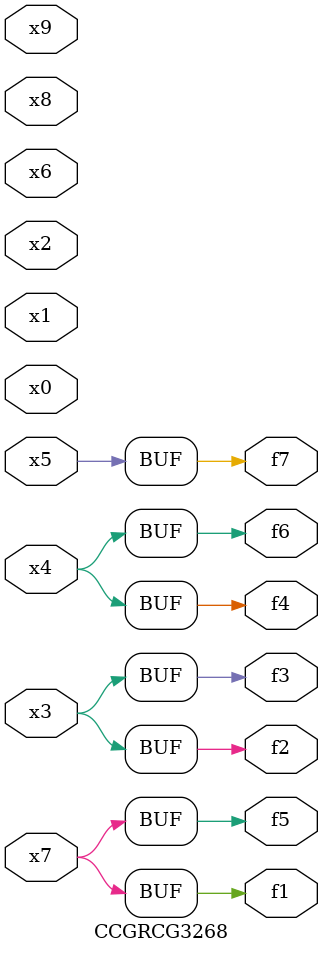
<source format=v>
module CCGRCG3268(
	input x0, x1, x2, x3, x4, x5, x6, x7, x8, x9,
	output f1, f2, f3, f4, f5, f6, f7
);
	assign f1 = x7;
	assign f2 = x3;
	assign f3 = x3;
	assign f4 = x4;
	assign f5 = x7;
	assign f6 = x4;
	assign f7 = x5;
endmodule

</source>
